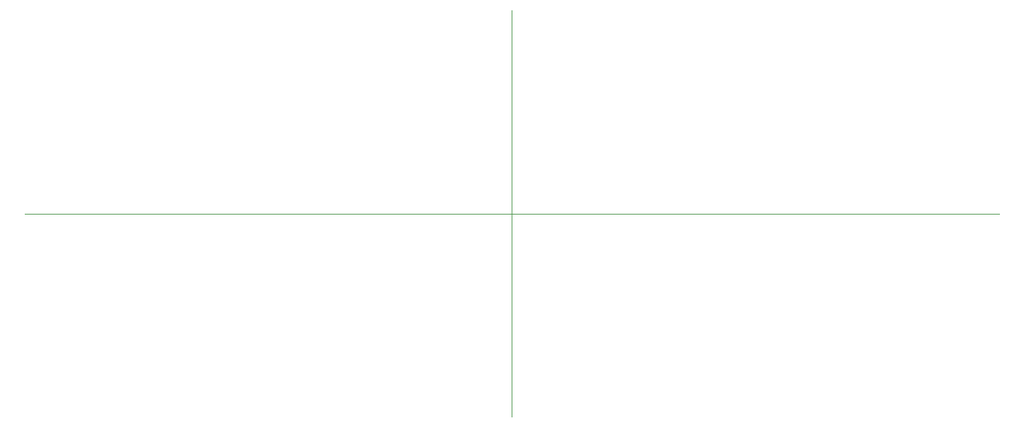
<source format=gbr>
%TF.GenerationSoftware,KiCad,Pcbnew,8.0.4*%
%TF.CreationDate,2024-11-12T21:14:04-08:00*%
%TF.ProjectId,Butterfly_v0,42757474-6572-4666-9c79-5f76302e6b69,rev?*%
%TF.SameCoordinates,Original*%
%TF.FileFunction,OtherDrawing,Comment*%
%FSLAX46Y46*%
G04 Gerber Fmt 4.6, Leading zero omitted, Abs format (unit mm)*
G04 Created by KiCad (PCBNEW 8.0.4) date 2024-11-12 21:14:04*
%MOMM*%
%LPD*%
G01*
G04 APERTURE LIST*
%ADD10C,0.050000*%
G04 APERTURE END LIST*
D10*
X110000000Y-50000000D02*
X110000000Y-100000000D01*
X170000000Y-75000000D02*
X50000000Y-75000000D01*
M02*

</source>
